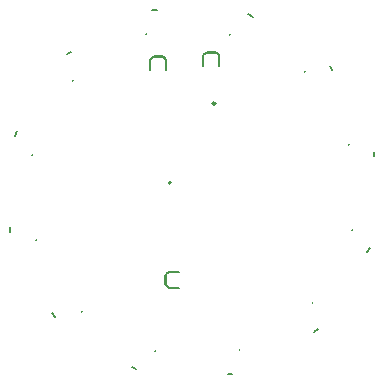
<source format=gto>
G04 This is an RS-274x file exported by *
G04 gerbv version 2.6A *
G04 More information is available about gerbv at *
G04 http://gerbv.geda-project.org/ *
G04 --End of header info--*
%MOIN*%
%FSLAX34Y34*%
%IPPOS*%
G04 --Define apertures--*
%ADD10C,0.0098*%
%ADD11C,0.0079*%
%ADD12C,0.0050*%
G04 --Start main section--*
G54D10*
G01X0000774Y0002949D02*
G75*
G03X0000774Y0002949I-000049J0000000D01*
G54D11*
G01X-000709Y0000295D02*
G75*
G03X-000709Y0000295I-000039J0000000D01*
G01X0005336Y-001278D02*
G75*
G03X0005336Y-001278I-000020J0000000D01*
G01X0004017Y-003705D02*
G75*
G03X0004017Y-003705I-000020J0000000D01*
G01X0001583Y-005266D02*
G75*
G03X0001583Y-005266I-000020J0000000D01*
G01X-001223Y-005317D02*
G75*
G03X-001223Y-005317I-000020J0000000D01*
G01X-003685Y-003997D02*
G75*
G03X-003685Y-003997I-000020J0000000D01*
G01X-005187Y-001602D02*
G75*
G03X-005187Y-001602I-000020J0000000D01*
G01X-005324Y0001217D02*
G75*
G03X-005324Y0001217I-000020J0000000D01*
G01X-003977Y0003705D02*
G75*
G03X-003977Y0003705I-000020J0000000D01*
G01X-001528Y0005246D02*
G75*
G03X-001528Y0005246I-000020J0000000D01*
G01X0001263Y0005239D02*
G75*
G03X0001263Y0005239I-000020J0000000D01*
G01X0003749Y0004007D02*
G75*
G03X0003749Y0004007I-000020J0000000D01*
G01X0005216Y0001575D02*
G75*
G03X0005216Y0001575I-000020J0000000D01*
G01X-006063Y-001339D02*
G01X-006063Y-001181D01*
G01X0005841Y-002009D02*
G01X0005920Y-001872D01*
G01X0004054Y-004660D02*
G01X0004191Y-004581D01*
G01X0001181Y-006063D02*
G01X0001339Y-006063D01*
G01X-002009Y-005841D02*
G01X-001872Y-005920D01*
G01X-004660Y-004054D02*
G01X-004581Y-004191D01*
G01X-005920Y0001872D02*
G01X-005841Y0002009D01*
G01X-004191Y0004581D02*
G01X-004054Y0004660D01*
G01X-001339Y0006063D02*
G01X-001181Y0006063D01*
G01X0001872Y0005920D02*
G01X0002009Y0005841D01*
G01X0004581Y0004191D02*
G01X0004660Y0004054D01*
G01X0006063Y0001181D02*
G01X0006063Y0001339D01*
G54D12*
G01X0000492Y0004671D02*
G01X0000768Y0004671D01*
G01X0000364Y0004188D02*
G01X0000364Y0004543D01*
G01X0000896Y0004188D02*
G01X0000896Y0004543D01*
G01X0000817Y0004621D02*
G01X0000896Y0004543D01*
G01X0000768Y0004671D02*
G01X0000827Y0004612D01*
G01X0000423Y0004602D02*
G01X0000492Y0004671D01*
G01X0000443Y0004621D02*
G01X0000817Y0004621D01*
G01X0000364Y0004543D02*
G01X0000443Y0004621D01*
G01X-000915Y-003071D02*
G01X-000915Y-002795D01*
G01X-000787Y-003199D02*
G01X-000433Y-003199D01*
G01X-000787Y-002667D02*
G01X-000433Y-002667D01*
G01X-000866Y-002746D02*
G01X-000787Y-002667D01*
G01X-000915Y-002795D02*
G01X-000856Y-002736D01*
G01X-000915Y-003071D02*
G01X-000846Y-003140D01*
G01X-000866Y-003120D02*
G01X-000866Y-002746D01*
G01X-000866Y-003120D02*
G01X-000787Y-003199D01*
G01X-001398Y0004400D02*
G01X-001319Y0004478D01*
G01X-001319Y0004478D02*
G01X-000945Y0004478D01*
G01X-001339Y0004459D02*
G01X-001270Y0004528D01*
G01X-000994Y0004528D02*
G01X-000935Y0004469D01*
G01X-000945Y0004478D02*
G01X-000866Y0004400D01*
G01X-000866Y0004045D02*
G01X-000866Y0004400D01*
G01X-001398Y0004045D02*
G01X-001398Y0004400D01*
G01X-001270Y0004528D02*
G01X-000994Y0004528D01*
M02*

</source>
